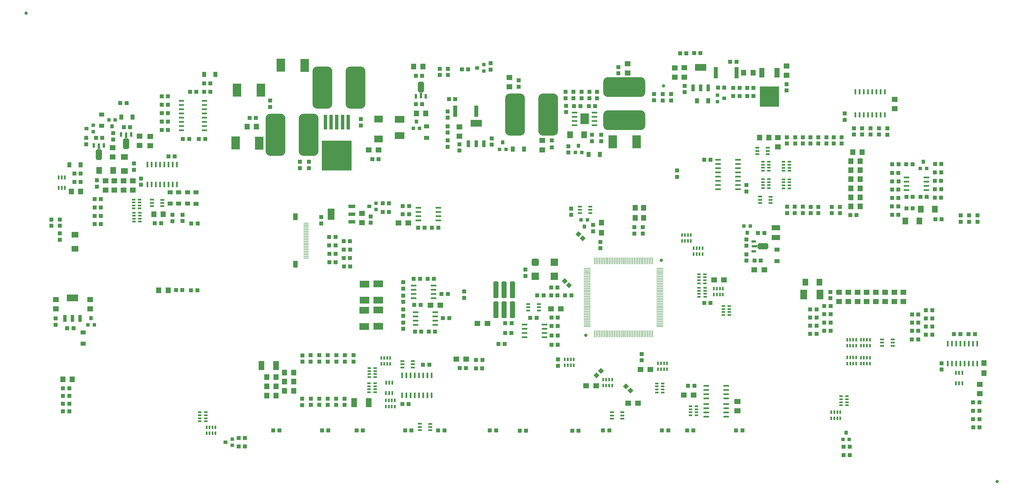
<source format=gbp>
%FSLAX42Y42*%
%MOMM*%
G71*
G01*
G75*
G04 Layer_Color=128*
%ADD10C,0.25*%
%ADD11R,1.60X2.70*%
%ADD12R,2.70X1.60*%
%ADD13C,1.00*%
%ADD14C,0.25*%
%ADD15C,0.50*%
%ADD16C,0.30*%
%ADD17C,0.35*%
%ADD18C,1.00*%
%ADD19C,1.20*%
%ADD20C,0.20*%
%ADD21C,0.40*%
%ADD22C,0.80*%
%ADD23C,0.60*%
%ADD24O,2.40X2.00*%
%ADD25O,1.40X2.50*%
%ADD26R,1.40X2.50*%
%ADD27C,1.70*%
%ADD28R,2.50X1.40*%
%ADD29O,2.50X1.40*%
%ADD30O,2.00X2.30*%
%ADD31O,2.00X3.00*%
%ADD32P,2.71X8X292.5*%
%ADD33C,2.50*%
%ADD34O,1.20X2.50*%
%ADD35R,1.20X2.50*%
%ADD36C,3.00*%
%ADD37C,0.60*%
%ADD38C,0.80*%
%ADD39R,0.50X1.10*%
%ADD40R,1.30X1.30*%
%ADD41R,1.10X0.50*%
%ADD42R,1.30X1.30*%
%ADD43R,1.35X0.70*%
%ADD44R,1.80X0.70*%
G04:AMPARAMS|DCode=45|XSize=1.9mm|YSize=3.3mm|CornerRadius=0mm|HoleSize=0mm|Usage=FLASHONLY|Rotation=90.000|XOffset=0mm|YOffset=0mm|HoleType=Round|Shape=Octagon|*
%AMOCTAGOND45*
4,1,8,-1.65,-0.47,-1.65,0.47,-1.17,0.95,1.17,0.95,1.65,0.47,1.65,-0.47,1.17,-0.95,-1.17,-0.95,-1.65,-0.47,0.0*
%
%ADD45OCTAGOND45*%

%ADD46R,1.60X1.80*%
%ADD47R,1.80X1.60*%
%ADD48R,1.65X0.60*%
%ADD49R,1.80X1.60*%
%ADD50P,1.84X4X360.0*%
%ADD51P,1.84X4X90.0*%
%ADD52R,3.00X2.00*%
%ADD53R,1.80X2.70*%
%ADD54R,1.20X1.60*%
%ADD55R,1.80X2.00*%
%ADD56R,2.50X2.00*%
%ADD57R,1.20X3.50*%
%ADD58R,2.20X2.20*%
G04:AMPARAMS|DCode=59|XSize=2.2mm|YSize=2.2mm|CornerRadius=0.55mm|HoleSize=0mm|Usage=FLASHONLY|Rotation=270.000|XOffset=0mm|YOffset=0mm|HoleType=Round|Shape=RoundedRectangle|*
%AMROUNDEDRECTD59*
21,1,2.20,1.10,0,0,270.0*
21,1,1.10,2.20,0,0,270.0*
1,1,1.10,-0.55,-0.55*
1,1,1.10,-0.55,0.55*
1,1,1.10,0.55,0.55*
1,1,1.10,0.55,-0.55*
%
%ADD59ROUNDEDRECTD59*%
%ADD60R,2.00X1.80*%
G04:AMPARAMS|DCode=61|XSize=6mm|YSize=12.7mm|CornerRadius=1.5mm|HoleSize=0mm|Usage=FLASHONLY|Rotation=0.000|XOffset=0mm|YOffset=0mm|HoleType=Round|Shape=RoundedRectangle|*
%AMROUNDEDRECTD61*
21,1,6.00,9.70,0,0,0.0*
21,1,3.00,12.70,0,0,0.0*
1,1,3.00,1.50,-4.85*
1,1,3.00,-1.50,-4.85*
1,1,3.00,-1.50,4.85*
1,1,3.00,1.50,4.85*
%
%ADD61ROUNDEDRECTD61*%
%ADD62R,1.00X1.00*%
%ADD63R,1.30X1.00*%
%ADD64R,1.60X1.20*%
%ADD65R,2.60X1.60*%
%ADD66R,1.10X2.15*%
%ADD67R,1.10X2.15*%
%ADD68R,3.50X2.15*%
%ADD69R,2.15X3.50*%
%ADD70R,2.15X1.10*%
%ADD71R,2.15X1.10*%
%ADD72R,0.50X1.80*%
%ADD73O,0.50X1.80*%
%ADD74R,1.00X1.00*%
%ADD75R,1.00X1.30*%
%ADD76R,2.50X4.00*%
%ADD77O,1.80X0.55*%
%ADD78R,1.80X0.55*%
%ADD79R,2.50X3.30*%
%ADD80O,1.80X0.50*%
%ADD81R,1.80X0.50*%
G04:AMPARAMS|DCode=82|XSize=1.9mm|YSize=3.3mm|CornerRadius=0mm|HoleSize=0mm|Usage=FLASHONLY|Rotation=0.000|XOffset=0mm|YOffset=0mm|HoleType=Round|Shape=Octagon|*
%AMOCTAGOND82*
4,1,8,-0.47,1.65,0.47,1.65,0.95,1.17,0.95,-1.17,0.47,-1.65,-0.47,-1.65,-0.95,-1.17,-0.95,1.17,-0.47,1.65,0.0*
%
%ADD82OCTAGOND82*%

%ADD83R,0.70X1.80*%
%ADD84R,0.70X1.35*%
%ADD85R,5.80X6.20*%
%ADD86R,1.60X3.00*%
%ADD87R,1.27X0.50*%
%ADD88R,0.50X1.27*%
%ADD89R,1.60X1.80*%
G04:AMPARAMS|DCode=90|XSize=6mm|YSize=12.7mm|CornerRadius=1.5mm|HoleSize=0mm|Usage=FLASHONLY|Rotation=90.000|XOffset=0mm|YOffset=0mm|HoleType=Round|Shape=RoundedRectangle|*
%AMROUNDEDRECTD90*
21,1,6.00,9.70,0,0,90.0*
21,1,3.00,12.70,0,0,90.0*
1,1,3.00,4.85,1.50*
1,1,3.00,4.85,-1.50*
1,1,3.00,-4.85,-1.50*
1,1,3.00,-4.85,1.50*
%
%ADD90ROUNDEDRECTD90*%
%ADD91R,2.00X3.00*%
%ADD92R,1.00X4.50*%
%ADD93R,9.00X9.00*%
%ADD94R,0.25X2.00*%
%ADD95R,2.00X0.25*%
%ADD96R,1.90X1.60*%
%ADD97R,1.45X2.00*%
%ADD98O,1.60X0.25*%
%ADD99R,1.60X0.25*%
G04:AMPARAMS|DCode=100|XSize=5mm|YSize=1.6mm|CornerRadius=0.4mm|HoleSize=0mm|Usage=FLASHONLY|Rotation=90.000|XOffset=0mm|YOffset=0mm|HoleType=Round|Shape=RoundedRectangle|*
%AMROUNDEDRECTD100*
21,1,5.00,0.80,0,0,90.0*
21,1,4.20,1.60,0,0,90.0*
1,1,0.80,0.40,2.10*
1,1,0.80,0.40,-2.10*
1,1,0.80,-0.40,-2.10*
1,1,0.80,-0.40,2.10*
%
%ADD100ROUNDEDRECTD100*%
%ADD101R,0.60X1.65*%
%ADD102C,0.15*%
%ADD103R,6.05X6.05*%
%ADD104R,4.95X6.30*%
%ADD105R,1.57X1.19*%
%ADD106C,0.10*%
%ADD107C,0.13*%
%ADD108C,0.14*%
%ADD109R,4.76X1.25*%
%ADD110R,4.69X1.25*%
%ADD111R,1.25X4.69*%
%ADD112R,1.25X4.76*%
%ADD113C,0.19*%
%ADD114C,0.20*%
%ADD115C,0.05*%
%ADD116C,0.30*%
%ADD117C,0.12*%
%ADD118R,0.16X0.27*%
%ADD119R,0.15X0.19*%
%ADD120R,0.19X0.28*%
%ADD121R,0.05X0.15*%
%ADD122R,0.06X0.18*%
%ADD123R,0.10X0.24*%
%ADD124R,0.09X0.15*%
D13*
X19702Y11689D02*
D03*
X17356Y4165D02*
D03*
X19636Y6430D02*
D03*
X478Y13876D02*
D03*
X29756Y-245D02*
D03*
D39*
X18147Y2652D02*
D03*
X18057D02*
D03*
X17967D02*
D03*
X17877D02*
D03*
X18147Y2832D02*
D03*
X18057D02*
D03*
X17967D02*
D03*
X17877D02*
D03*
X16724Y3441D02*
D03*
X16814D02*
D03*
X16904D02*
D03*
X16994D02*
D03*
X16724Y3261D02*
D03*
X16814D02*
D03*
X16904D02*
D03*
X16994D02*
D03*
X21488Y5393D02*
D03*
X21398D02*
D03*
X21308D02*
D03*
X21218D02*
D03*
X21488Y5573D02*
D03*
X21398D02*
D03*
X21308D02*
D03*
X21218D02*
D03*
X19533Y3319D02*
D03*
X19623D02*
D03*
X19713D02*
D03*
X19803D02*
D03*
X19533Y3139D02*
D03*
X19623D02*
D03*
X19713D02*
D03*
X19803D02*
D03*
X20608Y6792D02*
D03*
X20698D02*
D03*
X20788D02*
D03*
X20878D02*
D03*
X20608Y6612D02*
D03*
X20698D02*
D03*
X20788D02*
D03*
X20878D02*
D03*
X11187Y3482D02*
D03*
X11277D02*
D03*
X11367D02*
D03*
X11457D02*
D03*
X11187Y3302D02*
D03*
X11277D02*
D03*
X11367D02*
D03*
X11457D02*
D03*
X11597Y2020D02*
D03*
X11507D02*
D03*
X11417D02*
D03*
X11327D02*
D03*
X11597Y2200D02*
D03*
X11507D02*
D03*
X11417D02*
D03*
X11327D02*
D03*
X6191Y1214D02*
D03*
X6101D02*
D03*
X6011D02*
D03*
X5921D02*
D03*
Y1394D02*
D03*
X6011D02*
D03*
X6101D02*
D03*
X6191D02*
D03*
X20525Y7011D02*
D03*
X20435D02*
D03*
X20345D02*
D03*
X20255D02*
D03*
X20525Y7191D02*
D03*
X20435D02*
D03*
X20345D02*
D03*
X20255D02*
D03*
X24758Y1844D02*
D03*
X24848D02*
D03*
X24938D02*
D03*
X25028D02*
D03*
Y1664D02*
D03*
X24938D02*
D03*
X24848D02*
D03*
X24758D02*
D03*
X25649Y3492D02*
D03*
X25739D02*
D03*
X25829D02*
D03*
X25919D02*
D03*
X25649Y3312D02*
D03*
X25739D02*
D03*
X25829D02*
D03*
X25919D02*
D03*
X25508Y3315D02*
D03*
X25418D02*
D03*
X25328D02*
D03*
X25238D02*
D03*
X25508Y3495D02*
D03*
X25418D02*
D03*
X25328D02*
D03*
X25238D02*
D03*
X25920Y3851D02*
D03*
X25830D02*
D03*
X25740D02*
D03*
X25650D02*
D03*
X25920Y4031D02*
D03*
X25830D02*
D03*
X25740D02*
D03*
X25650D02*
D03*
X25506Y3851D02*
D03*
X25416D02*
D03*
X25326D02*
D03*
X25236D02*
D03*
X25506Y4031D02*
D03*
X25416D02*
D03*
X25326D02*
D03*
X25236D02*
D03*
D40*
X17873Y1298D02*
D03*
X18063D02*
D03*
X20408D02*
D03*
X20598D02*
D03*
X16511Y3879D02*
D03*
X16321D02*
D03*
X20197Y12670D02*
D03*
X20387D02*
D03*
X27801Y4430D02*
D03*
X27611D02*
D03*
X4568Y10360D02*
D03*
X4758D02*
D03*
X4568Y10613D02*
D03*
X4758D02*
D03*
X4568Y10865D02*
D03*
X4758D02*
D03*
X4568Y11118D02*
D03*
X4758D02*
D03*
X4568Y11370D02*
D03*
X4758D02*
D03*
X3319Y11166D02*
D03*
X3509D02*
D03*
X5396Y10086D02*
D03*
X5206D02*
D03*
X5422Y11504D02*
D03*
X5612D02*
D03*
X5881Y10089D02*
D03*
X5691D02*
D03*
X20926Y5138D02*
D03*
X21116D02*
D03*
X13743Y3178D02*
D03*
X13553D02*
D03*
X26783Y8806D02*
D03*
X26593D02*
D03*
X28071Y9080D02*
D03*
X27881D02*
D03*
X26781Y9063D02*
D03*
X26591D02*
D03*
X2547Y8022D02*
D03*
X2737D02*
D03*
X21342Y11631D02*
D03*
X21532D02*
D03*
X11421Y7882D02*
D03*
X11231D02*
D03*
X3616Y10444D02*
D03*
X3426D02*
D03*
X4360Y7546D02*
D03*
X4550D02*
D03*
X25125Y549D02*
D03*
X25315D02*
D03*
X12445Y3277D02*
D03*
X12635D02*
D03*
X16322Y4155D02*
D03*
X16512D02*
D03*
X16321Y4448D02*
D03*
X16511D02*
D03*
X21803Y11628D02*
D03*
X21993D02*
D03*
X12183Y5080D02*
D03*
X12373D02*
D03*
X7076Y1069D02*
D03*
X6886D02*
D03*
X12620Y4275D02*
D03*
X12810D02*
D03*
X12204Y4274D02*
D03*
X12394D02*
D03*
X15681Y4690D02*
D03*
X15871D02*
D03*
X14927Y4531D02*
D03*
X15117D02*
D03*
X12493Y7409D02*
D03*
X12303D02*
D03*
X11838Y8059D02*
D03*
X12028D02*
D03*
X10061Y6243D02*
D03*
X10251D02*
D03*
X9622Y6367D02*
D03*
X9812D02*
D03*
X10057Y6496D02*
D03*
X10247D02*
D03*
X9622Y6622D02*
D03*
X9812D02*
D03*
X10058Y6750D02*
D03*
X10248D02*
D03*
X9620Y6876D02*
D03*
X9810D02*
D03*
X10056Y7003D02*
D03*
X10246D02*
D03*
X9618Y7130D02*
D03*
X9808D02*
D03*
X17193Y11075D02*
D03*
X17003D02*
D03*
X12719Y7409D02*
D03*
X12909D02*
D03*
X28069Y8826D02*
D03*
X27879D02*
D03*
X2778Y10119D02*
D03*
X2588D02*
D03*
X22630Y6419D02*
D03*
X22440D02*
D03*
X12902Y1295D02*
D03*
X13092D02*
D03*
X21901Y12410D02*
D03*
X21711D02*
D03*
X16082Y5369D02*
D03*
X15892D02*
D03*
X16922D02*
D03*
X16732D02*
D03*
X27444Y8340D02*
D03*
X27634D02*
D03*
X27214Y7996D02*
D03*
X27024D02*
D03*
X27877Y8318D02*
D03*
X28067D02*
D03*
X26590Y7799D02*
D03*
X26780D02*
D03*
X26591Y8557D02*
D03*
X26781D02*
D03*
X26590Y8308D02*
D03*
X26780D02*
D03*
X27886Y9331D02*
D03*
X28076D02*
D03*
X27880Y8572D02*
D03*
X28070D02*
D03*
X11421Y8148D02*
D03*
X11231D02*
D03*
X22222Y11628D02*
D03*
X22412D02*
D03*
X22412Y11382D02*
D03*
X22222D02*
D03*
X20439Y2642D02*
D03*
X20629D02*
D03*
X16510Y4698D02*
D03*
X16320D02*
D03*
X7217Y10716D02*
D03*
X7407D02*
D03*
X25314Y802D02*
D03*
X25124D02*
D03*
X6888Y814D02*
D03*
X7078D02*
D03*
X12421Y11992D02*
D03*
X12231D02*
D03*
X12015Y2090D02*
D03*
X11825D02*
D03*
X15114Y4232D02*
D03*
X14924D02*
D03*
X16502Y5369D02*
D03*
X16312D02*
D03*
X13237Y4681D02*
D03*
X13047D02*
D03*
X14652Y1295D02*
D03*
X14462D02*
D03*
X17448Y11075D02*
D03*
X17638D02*
D03*
X12420Y11136D02*
D03*
X12230D02*
D03*
X16501Y5605D02*
D03*
X16311D02*
D03*
X5000Y5527D02*
D03*
X5190D02*
D03*
X27212Y8341D02*
D03*
X27022D02*
D03*
X21993Y11381D02*
D03*
X21803Y11381D02*
D03*
X26586Y8055D02*
D03*
X26776D02*
D03*
X11836Y7816D02*
D03*
X12026D02*
D03*
X13809Y12189D02*
D03*
X13619D02*
D03*
X14233Y3170D02*
D03*
X14043D02*
D03*
X14911Y3901D02*
D03*
X14721D02*
D03*
X2547Y8275D02*
D03*
X2737D02*
D03*
X2547Y7769D02*
D03*
X2737D02*
D03*
X29222Y1889D02*
D03*
X29032D02*
D03*
X29222Y2141D02*
D03*
X29032D02*
D03*
X29222Y1637D02*
D03*
X29032D02*
D03*
X29227Y1387D02*
D03*
X29037D02*
D03*
X13196Y5410D02*
D03*
X13006D02*
D03*
X4771Y9563D02*
D03*
X4961D02*
D03*
X25520Y7788D02*
D03*
X25330D02*
D03*
X1909Y4376D02*
D03*
X1719D02*
D03*
X26593Y9322D02*
D03*
X26783D02*
D03*
X27017Y9324D02*
D03*
X27207D02*
D03*
X2547Y7516D02*
D03*
X2737D02*
D03*
X1934Y9040D02*
D03*
X2124D02*
D03*
X1937Y8786D02*
D03*
X2127D02*
D03*
X22737Y7249D02*
D03*
X22547D02*
D03*
X9595Y1295D02*
D03*
X9405D02*
D03*
X20926Y9459D02*
D03*
X21116D02*
D03*
X5645Y5524D02*
D03*
X5455D02*
D03*
X12356Y5870D02*
D03*
X12166D02*
D03*
X11109Y9472D02*
D03*
X10919D02*
D03*
X5650Y7539D02*
D03*
X5460D02*
D03*
X13230Y11290D02*
D03*
X13420D02*
D03*
X16946Y1290D02*
D03*
X17136D02*
D03*
X11909Y1293D02*
D03*
X12099D02*
D03*
X7929Y1300D02*
D03*
X8119D02*
D03*
X10443Y1293D02*
D03*
X10633D02*
D03*
X15554Y1290D02*
D03*
X15364D02*
D03*
X6039Y11760D02*
D03*
X5849D02*
D03*
X29086Y4200D02*
D03*
X28896D02*
D03*
X27382Y4796D02*
D03*
X27192D02*
D03*
X24546Y4798D02*
D03*
X24736D02*
D03*
X24546Y5047D02*
D03*
X24736D02*
D03*
X24122Y4456D02*
D03*
X24312D02*
D03*
X27801Y4183D02*
D03*
X27611D02*
D03*
X27382Y4549D02*
D03*
X27192D02*
D03*
X24122Y4211D02*
D03*
X24312D02*
D03*
X24736Y4549D02*
D03*
X24546D02*
D03*
X27801Y4679D02*
D03*
X27611D02*
D03*
X27377Y4044D02*
D03*
X27187D02*
D03*
X24122Y4701D02*
D03*
X24312D02*
D03*
X27801Y4923D02*
D03*
X27611D02*
D03*
X24122Y4945D02*
D03*
X24312D02*
D03*
X24546Y4300D02*
D03*
X24736D02*
D03*
X27382D02*
D03*
X27192D02*
D03*
X1782Y2334D02*
D03*
X1592D02*
D03*
X1782Y2566D02*
D03*
X1592D02*
D03*
X1782Y1875D02*
D03*
X1592D02*
D03*
X1782Y2104D02*
D03*
X1592D02*
D03*
X5849Y11506D02*
D03*
X6039D02*
D03*
X12588Y5867D02*
D03*
X12778D02*
D03*
X27894Y7661D02*
D03*
X28084D02*
D03*
X28457Y4199D02*
D03*
X28647D02*
D03*
X20811Y12672D02*
D03*
X20621D02*
D03*
X22076Y1295D02*
D03*
X21886D02*
D03*
X19653Y1298D02*
D03*
X19843D02*
D03*
X14235Y3424D02*
D03*
X14045D02*
D03*
D41*
X19494Y2443D02*
D03*
Y2533D02*
D03*
Y2623D02*
D03*
Y2713D02*
D03*
X19674Y2443D02*
D03*
Y2533D02*
D03*
Y2623D02*
D03*
Y2713D02*
D03*
X21500Y4777D02*
D03*
Y4867D02*
D03*
Y4957D02*
D03*
Y5047D02*
D03*
X21680Y4777D02*
D03*
Y4867D02*
D03*
Y4957D02*
D03*
Y5047D02*
D03*
X22695Y8603D02*
D03*
Y8693D02*
D03*
Y8783D02*
D03*
Y8873D02*
D03*
X22875Y8603D02*
D03*
Y8693D02*
D03*
Y8783D02*
D03*
Y8873D02*
D03*
X22697Y9130D02*
D03*
Y9220D02*
D03*
Y9310D02*
D03*
Y9400D02*
D03*
X22877Y9130D02*
D03*
Y9220D02*
D03*
Y9310D02*
D03*
Y9400D02*
D03*
X25233Y2327D02*
D03*
Y2237D02*
D03*
Y2147D02*
D03*
Y2057D02*
D03*
X25053Y2327D02*
D03*
Y2237D02*
D03*
Y2147D02*
D03*
Y2057D02*
D03*
X3900Y7990D02*
D03*
Y8080D02*
D03*
Y8170D02*
D03*
Y8260D02*
D03*
X3720Y7990D02*
D03*
Y8080D02*
D03*
Y8170D02*
D03*
Y8260D02*
D03*
X20769Y5737D02*
D03*
Y5827D02*
D03*
Y5917D02*
D03*
Y6007D02*
D03*
X20949Y5737D02*
D03*
Y5827D02*
D03*
Y5917D02*
D03*
Y6007D02*
D03*
X20510Y1753D02*
D03*
Y1843D02*
D03*
Y1933D02*
D03*
Y2023D02*
D03*
X20690Y1753D02*
D03*
Y1843D02*
D03*
Y1933D02*
D03*
Y2023D02*
D03*
X11007Y3176D02*
D03*
Y3086D02*
D03*
Y2996D02*
D03*
Y2906D02*
D03*
X10827Y3176D02*
D03*
Y3086D02*
D03*
Y2996D02*
D03*
Y2906D02*
D03*
X10822Y2448D02*
D03*
Y2538D02*
D03*
Y2628D02*
D03*
Y2718D02*
D03*
X11002Y2448D02*
D03*
Y2538D02*
D03*
Y2628D02*
D03*
Y2718D02*
D03*
X23312Y8598D02*
D03*
Y8688D02*
D03*
Y8778D02*
D03*
Y8868D02*
D03*
X23492Y8598D02*
D03*
Y8688D02*
D03*
Y8778D02*
D03*
Y8868D02*
D03*
Y9396D02*
D03*
Y9306D02*
D03*
Y9216D02*
D03*
Y9126D02*
D03*
X23312Y9396D02*
D03*
Y9306D02*
D03*
Y9216D02*
D03*
Y9126D02*
D03*
X20771Y5326D02*
D03*
Y5416D02*
D03*
Y5506D02*
D03*
Y5596D02*
D03*
X20951Y5326D02*
D03*
Y5416D02*
D03*
Y5506D02*
D03*
Y5596D02*
D03*
X3913Y7862D02*
D03*
Y7772D02*
D03*
Y7682D02*
D03*
Y7592D02*
D03*
X3733Y7862D02*
D03*
Y7772D02*
D03*
Y7682D02*
D03*
Y7592D02*
D03*
X5717Y1574D02*
D03*
Y1664D02*
D03*
Y1754D02*
D03*
Y1844D02*
D03*
X5897D02*
D03*
Y1754D02*
D03*
Y1664D02*
D03*
Y1574D02*
D03*
D42*
X16519Y3436D02*
D03*
Y3246D02*
D03*
X16918Y7798D02*
D03*
Y7988D02*
D03*
X13692Y5296D02*
D03*
Y5486D02*
D03*
X24726Y5283D02*
D03*
Y5473D02*
D03*
X3735Y9157D02*
D03*
Y9347D02*
D03*
X8813Y3561D02*
D03*
Y3371D02*
D03*
X3943Y8705D02*
D03*
Y8895D02*
D03*
X17822Y10211D02*
D03*
Y10021D02*
D03*
X1497Y7658D02*
D03*
Y7468D02*
D03*
X12950Y12015D02*
D03*
Y12205D02*
D03*
X17543Y10020D02*
D03*
Y10210D02*
D03*
X13202Y12205D02*
D03*
Y12015D02*
D03*
X14482Y12370D02*
D03*
Y12180D02*
D03*
X1246Y7468D02*
D03*
Y7658D02*
D03*
X2615Y8837D02*
D03*
Y8647D02*
D03*
X8736Y9207D02*
D03*
Y9397D02*
D03*
X11853Y4551D02*
D03*
Y4361D02*
D03*
Y4755D02*
D03*
Y4945D02*
D03*
X17797Y6980D02*
D03*
Y6790D02*
D03*
X4891Y7798D02*
D03*
Y7608D02*
D03*
X1500Y7049D02*
D03*
Y7239D02*
D03*
X28912Y7780D02*
D03*
Y7590D02*
D03*
X29168D02*
D03*
Y7780D02*
D03*
X9382Y7729D02*
D03*
Y7539D02*
D03*
X19928Y11438D02*
D03*
Y11248D02*
D03*
X17464Y11316D02*
D03*
Y11506D02*
D03*
X28659Y7779D02*
D03*
Y7589D02*
D03*
X16760Y11087D02*
D03*
Y10897D02*
D03*
X22201Y8694D02*
D03*
Y8504D02*
D03*
X9003Y9207D02*
D03*
Y9397D02*
D03*
X7840Y11242D02*
D03*
Y11052D02*
D03*
X23410Y11547D02*
D03*
Y11737D02*
D03*
X16331Y10045D02*
D03*
Y9835D02*
D03*
X24365Y7849D02*
D03*
Y8039D02*
D03*
X24774Y7849D02*
D03*
Y8039D02*
D03*
X23657Y7852D02*
D03*
Y8042D02*
D03*
X23425Y7852D02*
D03*
Y8042D02*
D03*
X10872Y7559D02*
D03*
Y7749D02*
D03*
X22198Y7056D02*
D03*
Y6866D02*
D03*
Y6416D02*
D03*
Y6606D02*
D03*
X3105Y10071D02*
D03*
Y10261D02*
D03*
X13192Y10041D02*
D03*
Y9851D02*
D03*
X13189Y10277D02*
D03*
Y10467D02*
D03*
X10350Y3563D02*
D03*
Y3373D02*
D03*
X9061Y3563D02*
D03*
Y3373D02*
D03*
X9319Y3563D02*
D03*
Y3373D02*
D03*
X9577Y3563D02*
D03*
Y3373D02*
D03*
X9834Y3563D02*
D03*
Y3373D02*
D03*
X10092Y3563D02*
D03*
Y3373D02*
D03*
X16981Y11316D02*
D03*
Y11506D02*
D03*
X16834Y9677D02*
D03*
Y9867D02*
D03*
X11851Y5765D02*
D03*
Y5575D02*
D03*
X19671Y11248D02*
D03*
Y11438D02*
D03*
X25020Y7849D02*
D03*
Y8039D02*
D03*
X16742Y11506D02*
D03*
Y11316D02*
D03*
X23900Y7852D02*
D03*
Y8042D02*
D03*
X24133Y7849D02*
D03*
Y8039D02*
D03*
X17578Y7303D02*
D03*
Y7493D02*
D03*
X23899Y9947D02*
D03*
Y10137D02*
D03*
X25066Y9947D02*
D03*
Y10137D02*
D03*
X24832Y9947D02*
D03*
Y10137D02*
D03*
X24369Y9947D02*
D03*
Y10137D02*
D03*
X24611Y9947D02*
D03*
Y10137D02*
D03*
X23670Y9947D02*
D03*
Y10137D02*
D03*
X24127Y9947D02*
D03*
Y10137D02*
D03*
X23418Y9949D02*
D03*
Y10139D02*
D03*
X10573Y10685D02*
D03*
Y10495D02*
D03*
X19036Y3602D02*
D03*
Y3412D02*
D03*
X1368Y4674D02*
D03*
Y4484D02*
D03*
X15536Y5957D02*
D03*
Y6147D02*
D03*
X19073Y7236D02*
D03*
Y7426D02*
D03*
X9830Y2254D02*
D03*
Y2064D02*
D03*
X10086Y2254D02*
D03*
Y2064D02*
D03*
X20339Y11499D02*
D03*
Y11689D02*
D03*
X13189Y10729D02*
D03*
Y10919D02*
D03*
X18822Y7236D02*
D03*
Y7426D02*
D03*
X2290Y9927D02*
D03*
Y10117D02*
D03*
X11853Y5364D02*
D03*
Y5174D02*
D03*
X18338Y12063D02*
D03*
Y12253D02*
D03*
X19412Y11250D02*
D03*
Y11440D02*
D03*
X9574Y2254D02*
D03*
Y2064D02*
D03*
X13542Y9736D02*
D03*
Y9926D02*
D03*
X14522Y9914D02*
D03*
Y10104D02*
D03*
X17697Y11506D02*
D03*
Y11316D02*
D03*
X17225Y11506D02*
D03*
Y11316D02*
D03*
X5198Y7803D02*
D03*
Y7613D02*
D03*
X9318Y2254D02*
D03*
Y2064D02*
D03*
X9063Y2254D02*
D03*
Y2064D02*
D03*
X8807Y2252D02*
D03*
Y2062D02*
D03*
X20105Y9134D02*
D03*
Y8944D02*
D03*
X28078Y3324D02*
D03*
Y3134D02*
D03*
X15333Y11852D02*
D03*
Y11662D02*
D03*
X26445Y10216D02*
D03*
Y10406D02*
D03*
X26193Y10219D02*
D03*
Y10409D02*
D03*
X25941Y10219D02*
D03*
Y10409D02*
D03*
X25689Y10219D02*
D03*
Y10409D02*
D03*
X25437Y10219D02*
D03*
Y10409D02*
D03*
X25160Y10855D02*
D03*
Y10665D02*
D03*
D43*
X22422Y6998D02*
D03*
Y6698D02*
D03*
D44*
X22444Y6848D02*
D03*
D45*
X22699Y6848D02*
D03*
D46*
X1586Y2835D02*
D03*
X1866D02*
D03*
X8549Y3045D02*
D03*
X8269D02*
D03*
X8016Y2906D02*
D03*
X7736D02*
D03*
X8549Y2766D02*
D03*
X8269D02*
D03*
X8016Y2626D02*
D03*
X7736D02*
D03*
X8549Y2487D02*
D03*
X8269D02*
D03*
X8016Y2347D02*
D03*
X7736D02*
D03*
X22592Y10127D02*
D03*
X22872D02*
D03*
X12531Y10852D02*
D03*
X12251D02*
D03*
X4611Y7813D02*
D03*
X4331D02*
D03*
X12444Y12267D02*
D03*
X12164D02*
D03*
X7146Y10457D02*
D03*
X7426D02*
D03*
X22117Y12080D02*
D03*
X22397D02*
D03*
X25683Y9688D02*
D03*
X25403D02*
D03*
X25626Y9415D02*
D03*
X25346D02*
D03*
X25626Y9143D02*
D03*
X25346D02*
D03*
X25626Y8871D02*
D03*
X25346D02*
D03*
X25626Y8599D02*
D03*
X25346D02*
D03*
X25626Y8327D02*
D03*
X25346D02*
D03*
X25626Y8055D02*
D03*
X25346D02*
D03*
X1842Y8506D02*
D03*
X2122D02*
D03*
X4761Y5519D02*
D03*
X4481D02*
D03*
D47*
X26669Y11283D02*
D03*
Y11003D02*
D03*
X10611Y7839D02*
D03*
Y7559D02*
D03*
X1375Y5241D02*
D03*
Y4961D02*
D03*
X2877Y8541D02*
D03*
Y8821D02*
D03*
X3700Y8541D02*
D03*
Y8821D02*
D03*
X3141Y8541D02*
D03*
Y8821D02*
D03*
X3418Y8544D02*
D03*
Y8824D02*
D03*
X2414Y5246D02*
D03*
Y4966D02*
D03*
X15056Y11658D02*
D03*
Y11938D02*
D03*
X23412Y12007D02*
D03*
Y12287D02*
D03*
X16039Y10039D02*
D03*
Y9759D02*
D03*
X18617Y12357D02*
D03*
Y12077D02*
D03*
X20042Y12230D02*
D03*
Y11950D02*
D03*
X23148Y10130D02*
D03*
Y9850D02*
D03*
X3898Y9893D02*
D03*
Y10173D02*
D03*
X20329Y12232D02*
D03*
Y11952D02*
D03*
X3092Y9822D02*
D03*
Y9542D02*
D03*
X13547Y10172D02*
D03*
Y10452D02*
D03*
X25549Y5180D02*
D03*
Y5460D02*
D03*
X25825Y5180D02*
D03*
Y5460D02*
D03*
X26656Y5180D02*
D03*
Y5460D02*
D03*
X26102Y5180D02*
D03*
Y5460D02*
D03*
X24995Y5180D02*
D03*
Y5460D02*
D03*
X26933Y5180D02*
D03*
Y5460D02*
D03*
X26379Y5180D02*
D03*
Y5460D02*
D03*
X25272Y5180D02*
D03*
Y5460D02*
D03*
X4225Y10165D02*
D03*
Y9885D02*
D03*
X29232Y2403D02*
D03*
Y2683D02*
D03*
D48*
X5858Y11239D02*
D03*
Y11112D02*
D03*
Y10986D02*
D03*
Y10858D02*
D03*
Y10732D02*
D03*
Y10604D02*
D03*
Y10478D02*
D03*
Y10350D02*
D03*
X5163Y11239D02*
D03*
Y11112D02*
D03*
Y10986D02*
D03*
Y10858D02*
D03*
Y10732D02*
D03*
Y10604D02*
D03*
Y10478D02*
D03*
Y10350D02*
D03*
D49*
X21520Y5832D02*
D03*
X21220D02*
D03*
X17364Y2644D02*
D03*
X17664D02*
D03*
X18930Y2116D02*
D03*
X18630D02*
D03*
X14090Y4519D02*
D03*
X14390D02*
D03*
X13448Y3449D02*
D03*
X13748D02*
D03*
X20606Y2367D02*
D03*
X20306D02*
D03*
X16602Y4964D02*
D03*
X16302D02*
D03*
X12973Y5070D02*
D03*
X12673D02*
D03*
X12008Y7554D02*
D03*
X11708D02*
D03*
X19303Y3134D02*
D03*
X19003D02*
D03*
X22737Y6142D02*
D03*
X22437D02*
D03*
X11106Y9754D02*
D03*
X10806D02*
D03*
D50*
X16717Y5804D02*
D03*
X16851Y5670D02*
D03*
X17266Y7084D02*
D03*
X17131Y7218D02*
D03*
X18569Y2629D02*
D03*
X18703Y2495D02*
D03*
D51*
X17675Y2957D02*
D03*
X17809Y3091D02*
D03*
D52*
X11098Y4436D02*
D03*
Y4926D02*
D03*
X11738Y10674D02*
D03*
Y10184D02*
D03*
X10677Y4921D02*
D03*
Y4432D02*
D03*
X10682Y5711D02*
D03*
Y5222D02*
D03*
X11101Y5226D02*
D03*
Y5716D02*
D03*
D53*
X8018Y3249D02*
D03*
X7578D02*
D03*
X10369Y2131D02*
D03*
X10809D02*
D03*
D54*
X21048Y11234D02*
D03*
X20708D02*
D03*
X1787Y9304D02*
D03*
X2127D02*
D03*
X3349Y10742D02*
D03*
X3689D02*
D03*
X17438Y9619D02*
D03*
X17778D02*
D03*
X15495Y9779D02*
D03*
X15155D02*
D03*
X6186Y12032D02*
D03*
X5846D02*
D03*
D55*
X16877Y10211D02*
D03*
X17301D02*
D03*
X3105Y9141D02*
D03*
X2681D02*
D03*
X27454Y7968D02*
D03*
X27878D02*
D03*
X26991Y7610D02*
D03*
X27416D02*
D03*
X23974Y5771D02*
D03*
X24398D02*
D03*
D56*
X11104Y10686D02*
D03*
Y10086D02*
D03*
D57*
X21901Y12080D02*
D03*
X21271D02*
D03*
X13420Y10922D02*
D03*
X14050D02*
D03*
D58*
X16406Y5943D02*
D03*
X15834Y5943D02*
D03*
X16409Y6366D02*
D03*
D59*
X15834Y6366D02*
D03*
D60*
X3443Y9119D02*
D03*
Y9543D02*
D03*
X1957Y6772D02*
D03*
Y7196D02*
D03*
D61*
X8000Y10216D02*
D03*
X9000D02*
D03*
X9412Y11636D02*
D03*
X10412D02*
D03*
X15221Y10825D02*
D03*
X16221D02*
D03*
D62*
X14281Y12327D02*
D03*
Y12136D02*
D03*
X11033Y7958D02*
D03*
Y8148D02*
D03*
X2501Y10307D02*
D03*
Y10498D02*
D03*
X21330Y11214D02*
D03*
Y11405D02*
D03*
X6695Y1037D02*
D03*
Y847D02*
D03*
D63*
X14078Y12230D02*
D03*
X10829Y8052D02*
D03*
X2297Y10401D02*
D03*
X21533Y11311D02*
D03*
X6492Y941D02*
D03*
D64*
X5079Y8136D02*
D03*
Y8476D02*
D03*
X4825Y8136D02*
D03*
Y8476D02*
D03*
X5606Y8133D02*
D03*
Y8473D02*
D03*
X5345Y8136D02*
D03*
Y8476D02*
D03*
X2198Y3912D02*
D03*
Y4252D02*
D03*
X2755Y10483D02*
D03*
Y10823D02*
D03*
X12554Y10462D02*
D03*
Y10122D02*
D03*
X23120Y6406D02*
D03*
Y6746D02*
D03*
D65*
X23085Y7412D02*
D03*
Y7112D02*
D03*
D66*
X2106Y4675D02*
D03*
X1646D02*
D03*
X13819Y9939D02*
D03*
X14279D02*
D03*
X20588Y11623D02*
D03*
X21048D02*
D03*
D67*
X1876Y4675D02*
D03*
X14049Y9939D02*
D03*
X20818Y11623D02*
D03*
D68*
X1876Y5295D02*
D03*
X14049Y10559D02*
D03*
X20818Y12243D02*
D03*
D69*
X9678Y7819D02*
D03*
D70*
X10298Y7589D02*
D03*
Y8049D02*
D03*
D71*
Y7819D02*
D03*
D72*
X11820Y2954D02*
D03*
X4136Y9312D02*
D03*
X28269Y3914D02*
D03*
D73*
X11947Y2954D02*
D03*
X12074D02*
D03*
X12201D02*
D03*
X12328D02*
D03*
X12455D02*
D03*
X12582D02*
D03*
X12709D02*
D03*
X11820Y2354D02*
D03*
X11947D02*
D03*
X12074D02*
D03*
X12201D02*
D03*
X12328D02*
D03*
X12455D02*
D03*
X12582D02*
D03*
X12709D02*
D03*
X4263Y9312D02*
D03*
X4390D02*
D03*
X4517D02*
D03*
X4644D02*
D03*
X4771D02*
D03*
X4898D02*
D03*
X5025D02*
D03*
X4136Y8712D02*
D03*
X4263D02*
D03*
X4390D02*
D03*
X4517D02*
D03*
X4644D02*
D03*
X4771D02*
D03*
X4898D02*
D03*
X5025D02*
D03*
X29158Y3314D02*
D03*
X29031D02*
D03*
X28904D02*
D03*
X28777D02*
D03*
X28650D02*
D03*
X28523D02*
D03*
X28396D02*
D03*
X28269D02*
D03*
X29158Y3914D02*
D03*
X29031D02*
D03*
X28904D02*
D03*
X28777D02*
D03*
X28650D02*
D03*
X28523D02*
D03*
X28396D02*
D03*
D74*
X27441Y9197D02*
D03*
X27631D02*
D03*
X3169Y10665D02*
D03*
X2978D02*
D03*
X12346Y10409D02*
D03*
X12155D02*
D03*
X25300Y1029D02*
D03*
X25109D02*
D03*
X17233Y9682D02*
D03*
X17042D02*
D03*
X14947Y9776D02*
D03*
X14756D02*
D03*
X22125Y7463D02*
D03*
X22315D02*
D03*
X17215Y7645D02*
D03*
X17405D02*
D03*
X2536Y4478D02*
D03*
X2346D02*
D03*
D75*
X27535Y9401D02*
D03*
X3075Y10462D02*
D03*
X12249Y10612D02*
D03*
X25203Y1232D02*
D03*
X17136Y9886D02*
D03*
X14850Y9980D02*
D03*
X22221Y7259D02*
D03*
X17311Y7442D02*
D03*
X2440Y4681D02*
D03*
D76*
X6793Y9964D02*
D03*
X7512Y9962D02*
D03*
X8162Y12309D02*
D03*
X8881Y12306D02*
D03*
X18170Y10002D02*
D03*
X18889Y10000D02*
D03*
X6837Y11562D02*
D03*
X7555Y11560D02*
D03*
D77*
X15510Y4109D02*
D03*
Y4236D02*
D03*
Y4363D02*
D03*
Y4490D02*
D03*
X16110Y4109D02*
D03*
Y4236D02*
D03*
Y4363D02*
D03*
X27621Y8796D02*
D03*
Y8669D02*
D03*
Y8542D02*
D03*
X27021Y8923D02*
D03*
Y8796D02*
D03*
Y8669D02*
D03*
Y8542D02*
D03*
X20988Y2264D02*
D03*
Y2391D02*
D03*
Y2518D02*
D03*
Y2645D02*
D03*
X21588Y2264D02*
D03*
Y2391D02*
D03*
Y2518D02*
D03*
X12169Y5283D02*
D03*
Y5410D02*
D03*
Y5537D02*
D03*
Y5664D02*
D03*
X12769Y5283D02*
D03*
Y5410D02*
D03*
Y5537D02*
D03*
X12221Y4476D02*
D03*
Y4603D02*
D03*
Y4730D02*
D03*
Y4857D02*
D03*
X12821Y4476D02*
D03*
Y4603D02*
D03*
Y4730D02*
D03*
X21591Y1962D02*
D03*
Y1835D02*
D03*
Y1708D02*
D03*
X20991Y2089D02*
D03*
Y1962D02*
D03*
Y1835D02*
D03*
Y1708D02*
D03*
X17020Y10628D02*
D03*
Y10755D02*
D03*
Y10882D02*
D03*
X17620Y10501D02*
D03*
Y10628D02*
D03*
Y10755D02*
D03*
Y10882D02*
D03*
X12913Y8009D02*
D03*
Y7882D02*
D03*
Y7755D02*
D03*
Y7628D02*
D03*
X12313Y8009D02*
D03*
Y7882D02*
D03*
Y7755D02*
D03*
D78*
X16110Y4490D02*
D03*
X27621Y8923D02*
D03*
X21588Y2645D02*
D03*
X12769Y5664D02*
D03*
X12821Y4857D02*
D03*
X21591Y2089D02*
D03*
X17020Y10501D02*
D03*
X12313Y7628D02*
D03*
D79*
X17320Y10691D02*
D03*
D80*
X21345Y8827D02*
D03*
Y8573D02*
D03*
Y8700D02*
D03*
Y8954D02*
D03*
Y9081D02*
D03*
Y9208D02*
D03*
Y9335D02*
D03*
Y9462D02*
D03*
X21945Y8573D02*
D03*
Y8700D02*
D03*
Y8827D02*
D03*
Y8954D02*
D03*
Y9081D02*
D03*
Y9208D02*
D03*
Y9335D02*
D03*
D81*
Y9462D02*
D03*
D82*
X3496Y9943D02*
D03*
X2675Y9614D02*
D03*
X12383Y11651D02*
D03*
D83*
X3496Y10198D02*
D03*
X2675Y9869D02*
D03*
X12383Y11396D02*
D03*
D84*
X3346Y10221D02*
D03*
X3646D02*
D03*
X2525Y9892D02*
D03*
X2825D02*
D03*
X12533Y11374D02*
D03*
X12233D02*
D03*
D85*
X22891Y11362D02*
D03*
D86*
X23121Y12080D02*
D03*
X22661D02*
D03*
D87*
X17491Y7948D02*
D03*
Y8043D02*
D03*
Y7853D02*
D03*
X17176Y7948D02*
D03*
Y7853D02*
D03*
Y8045D02*
D03*
X4585Y8156D02*
D03*
Y8251D02*
D03*
Y8061D02*
D03*
X4270Y8156D02*
D03*
Y8061D02*
D03*
Y8254D02*
D03*
X12663Y1400D02*
D03*
Y1495D02*
D03*
Y1305D02*
D03*
X12348Y1400D02*
D03*
Y1305D02*
D03*
Y1497D02*
D03*
X22925Y8250D02*
D03*
Y8345D02*
D03*
Y8155D02*
D03*
X22610Y8250D02*
D03*
Y8155D02*
D03*
Y8348D02*
D03*
X15938Y5010D02*
D03*
Y5105D02*
D03*
Y4915D02*
D03*
X15623Y5010D02*
D03*
Y4915D02*
D03*
Y5108D02*
D03*
X12143Y3194D02*
D03*
Y3387D02*
D03*
Y3292D02*
D03*
X11828Y3387D02*
D03*
Y3197D02*
D03*
Y3292D02*
D03*
X22529Y9724D02*
D03*
Y9629D02*
D03*
Y9819D02*
D03*
X22844Y9724D02*
D03*
Y9819D02*
D03*
Y9626D02*
D03*
X26606Y3847D02*
D03*
Y4039D02*
D03*
Y3944D02*
D03*
X26291Y4039D02*
D03*
Y3849D02*
D03*
Y3944D02*
D03*
X18454Y1748D02*
D03*
Y1843D02*
D03*
Y1653D02*
D03*
X18139Y1748D02*
D03*
Y1653D02*
D03*
Y1845D02*
D03*
D88*
X1459Y8609D02*
D03*
X1649D02*
D03*
X1554D02*
D03*
X1554Y8924D02*
D03*
X1459D02*
D03*
X1651D02*
D03*
X11328Y2422D02*
D03*
X11521D02*
D03*
X11426D02*
D03*
X11521Y2737D02*
D03*
X11331D02*
D03*
X11426D02*
D03*
X28707Y3031D02*
D03*
X28515D02*
D03*
X28610D02*
D03*
X28515Y2716D02*
D03*
X28705D02*
D03*
X28610D02*
D03*
D89*
X19100Y7709D02*
D03*
Y8009D02*
D03*
X18842Y7710D02*
D03*
Y8010D02*
D03*
X17830Y7559D02*
D03*
Y7259D02*
D03*
X29359Y3325D02*
D03*
Y3025D02*
D03*
D90*
X18518Y11653D02*
D03*
Y10653D02*
D03*
D91*
X24417Y5397D02*
D03*
X23927D02*
D03*
D92*
X10019Y10594D02*
D03*
X9509D02*
D03*
X10189D02*
D03*
X9679D02*
D03*
X9849D02*
D03*
D93*
X9849Y9584D02*
D03*
D94*
X19319Y4209D02*
D03*
X18269Y6409D02*
D03*
X18319D02*
D03*
X18069Y6409D02*
D03*
X18019D02*
D03*
X19369Y6409D02*
D03*
X19319D02*
D03*
X19269D02*
D03*
X19119Y6409D02*
D03*
X19219D02*
D03*
X19069D02*
D03*
X19019D02*
D03*
X18969D02*
D03*
X18619Y6409D02*
D03*
X18569D02*
D03*
X18719D02*
D03*
X18669D02*
D03*
X18519Y6409D02*
D03*
X18469D02*
D03*
X18419Y6409D02*
D03*
X18369D02*
D03*
X18919Y6409D02*
D03*
X19269Y4209D02*
D03*
X19369D02*
D03*
X17619D02*
D03*
X19169Y6409D02*
D03*
X18869Y6409D02*
D03*
X18819D02*
D03*
X18769D02*
D03*
X17969Y6409D02*
D03*
X17919D02*
D03*
X17869D02*
D03*
X17819D02*
D03*
X17769D02*
D03*
X17719Y6409D02*
D03*
X17669D02*
D03*
X17619D02*
D03*
X17919Y4209D02*
D03*
X17969D02*
D03*
X18419Y4209D02*
D03*
X18469Y4209D02*
D03*
X18919D02*
D03*
X18969D02*
D03*
X19219D02*
D03*
X17869D02*
D03*
X17819D02*
D03*
X17769D02*
D03*
X17719Y4209D02*
D03*
X19169Y4209D02*
D03*
X19119D02*
D03*
X19069Y4209D02*
D03*
X19019Y4209D02*
D03*
X18069D02*
D03*
X18019D02*
D03*
X18869Y4209D02*
D03*
X18819D02*
D03*
X18769D02*
D03*
X18719D02*
D03*
X18669D02*
D03*
X18619D02*
D03*
X18569D02*
D03*
X18519Y4209D02*
D03*
X18369Y4209D02*
D03*
X18319D02*
D03*
X18269D02*
D03*
X18219D02*
D03*
X18169D02*
D03*
X18119D02*
D03*
X17669Y4209D02*
D03*
X18119Y6409D02*
D03*
X18169D02*
D03*
X18219D02*
D03*
D95*
X19594Y4934D02*
D03*
X19594Y4684D02*
D03*
Y4734D02*
D03*
Y4784D02*
D03*
X19594Y4434D02*
D03*
Y4484D02*
D03*
X19594Y4634D02*
D03*
X17394Y4984D02*
D03*
Y4934D02*
D03*
X17394Y4884D02*
D03*
Y4834D02*
D03*
Y4784D02*
D03*
Y4734D02*
D03*
X17394Y4534D02*
D03*
Y4484D02*
D03*
X19594Y4834D02*
D03*
Y4884D02*
D03*
X19594Y5034D02*
D03*
Y5084D02*
D03*
X17394Y6134D02*
D03*
X17394Y6084D02*
D03*
Y6034D02*
D03*
X17394Y5984D02*
D03*
Y5934D02*
D03*
Y5884D02*
D03*
Y5834D02*
D03*
Y5784D02*
D03*
Y5734D02*
D03*
X17394Y5684D02*
D03*
Y5634D02*
D03*
Y5534D02*
D03*
Y5484D02*
D03*
X17394Y5334D02*
D03*
Y5284D02*
D03*
Y5234D02*
D03*
Y5184D02*
D03*
Y5134D02*
D03*
Y5084D02*
D03*
Y5034D02*
D03*
X17394Y4634D02*
D03*
Y4584D02*
D03*
X17394Y5384D02*
D03*
Y5434D02*
D03*
Y5584D02*
D03*
X17394Y4684D02*
D03*
X19594Y4584D02*
D03*
Y4534D02*
D03*
X17394Y4434D02*
D03*
X17394Y6184D02*
D03*
X19594Y4984D02*
D03*
Y5184D02*
D03*
Y5134D02*
D03*
Y6134D02*
D03*
Y6184D02*
D03*
Y6084D02*
D03*
Y6034D02*
D03*
Y5984D02*
D03*
Y5934D02*
D03*
Y5884D02*
D03*
Y5834D02*
D03*
Y5784D02*
D03*
Y5734D02*
D03*
X19594Y5684D02*
D03*
Y5634D02*
D03*
Y5584D02*
D03*
Y5534D02*
D03*
Y5484D02*
D03*
Y5434D02*
D03*
Y5384D02*
D03*
X19594Y5334D02*
D03*
Y5284D02*
D03*
X19594Y5234D02*
D03*
D96*
X21927Y2171D02*
D03*
Y1886D02*
D03*
D97*
X8599Y6306D02*
D03*
Y7741D02*
D03*
D98*
X8926Y7548D02*
D03*
Y7498D02*
D03*
Y7348D02*
D03*
Y7298D02*
D03*
Y7248D02*
D03*
Y7198D02*
D03*
Y7148D02*
D03*
Y7098D02*
D03*
Y7048D02*
D03*
Y6998D02*
D03*
Y6898D02*
D03*
Y6848D02*
D03*
Y6798D02*
D03*
Y6748D02*
D03*
Y6698D02*
D03*
Y6648D02*
D03*
Y6598D02*
D03*
Y6548D02*
D03*
Y7398D02*
D03*
D99*
Y6948D02*
D03*
Y6498D02*
D03*
Y7448D02*
D03*
D100*
X14644Y4935D02*
D03*
X14894D02*
D03*
X15144D02*
D03*
X14644Y5535D02*
D03*
X14894D02*
D03*
X15144D02*
D03*
D101*
X25480Y11506D02*
D03*
X25607D02*
D03*
X25734D02*
D03*
X25861D02*
D03*
X25988D02*
D03*
X26115D02*
D03*
X26242D02*
D03*
X26369D02*
D03*
X25480Y10811D02*
D03*
X25607D02*
D03*
X25734D02*
D03*
X25861D02*
D03*
X25988D02*
D03*
X26115D02*
D03*
X26242D02*
D03*
X26369D02*
D03*
M02*

</source>
